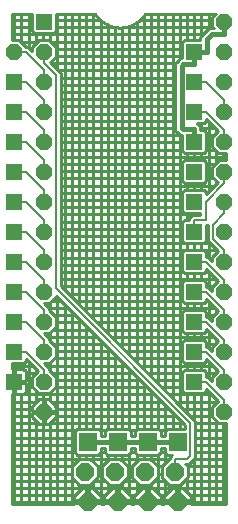
<source format=gbr>
G04 EAGLE Gerber RS-274X export*
G75*
%MOMM*%
%FSLAX34Y34*%
%LPD*%
%INBottom Copper*%
%IPPOS*%
%AMOC8*
5,1,8,0,0,1.08239X$1,22.5*%
G01*
%ADD10P,1.429621X8X22.500000*%
%ADD11R,1.320800X1.320800*%
%ADD12R,1.524000X1.524000*%
%ADD13P,1.649562X8X22.500000*%
%ADD14C,0.203200*%
%ADD15C,0.254000*%
%ADD16C,0.381000*%


D10*
X0Y393700D03*
D11*
X0Y368300D03*
X0Y342900D03*
X0Y317500D03*
X0Y292100D03*
X0Y266700D03*
X0Y241300D03*
X0Y215900D03*
X0Y190500D03*
X0Y165100D03*
X0Y139700D03*
X0Y114300D03*
X152400Y114300D03*
X152400Y139700D03*
X152400Y165100D03*
X152400Y190500D03*
X152400Y215900D03*
X152400Y241300D03*
X152400Y266700D03*
X152400Y292100D03*
X152400Y317500D03*
X152400Y342900D03*
X152400Y368300D03*
X152400Y393700D03*
X25400Y419100D03*
D10*
X25400Y393700D03*
X25400Y368300D03*
X25400Y342900D03*
X25400Y317500D03*
X25400Y292100D03*
X25400Y266700D03*
X25400Y241300D03*
X25400Y215900D03*
X25400Y190500D03*
X25400Y165100D03*
X25400Y139700D03*
X25400Y114300D03*
X25400Y88900D03*
X177800Y88900D03*
X177800Y114300D03*
X177800Y139700D03*
X177800Y165100D03*
X177800Y190500D03*
X177800Y215900D03*
X177800Y241300D03*
X177800Y266700D03*
X177800Y292100D03*
X177800Y317500D03*
X177800Y342900D03*
X177800Y368300D03*
X177800Y393700D03*
X177800Y419100D03*
D12*
X138430Y63500D03*
D13*
X135890Y38100D03*
X138430Y12700D03*
D12*
X113030Y63500D03*
D13*
X110490Y38100D03*
X113030Y12700D03*
D12*
X87630Y63500D03*
D13*
X85090Y38100D03*
X87630Y12700D03*
D12*
X62230Y63500D03*
D13*
X59690Y38100D03*
X62230Y12700D03*
D14*
X9677Y190500D02*
X0Y190500D01*
X25400Y174777D02*
X25400Y165100D01*
X25400Y174777D02*
X9677Y190500D01*
X9677Y165100D02*
X0Y165100D01*
X25400Y149377D02*
X25400Y139700D01*
X25400Y149377D02*
X9677Y165100D01*
X9677Y139700D02*
X0Y139700D01*
X25400Y123977D02*
X25400Y114300D01*
X25400Y123977D02*
X9677Y139700D01*
X152400Y114300D02*
X162077Y114300D01*
X177800Y98577D02*
X177800Y88900D01*
X177800Y98577D02*
X162077Y114300D01*
X162077Y139700D02*
X152400Y139700D01*
X177800Y123977D02*
X177800Y114300D01*
X177800Y123977D02*
X162077Y139700D01*
X162077Y165100D02*
X152400Y165100D01*
X177800Y149377D02*
X177800Y139700D01*
X177800Y149377D02*
X162077Y165100D01*
X162077Y190500D02*
X152400Y190500D01*
X177800Y174777D02*
X177800Y165100D01*
X177800Y174777D02*
X162077Y190500D01*
X162077Y215900D02*
X152400Y215900D01*
X177800Y200177D02*
X177800Y190500D01*
X177800Y200177D02*
X162077Y215900D01*
D15*
X162306Y233328D02*
X162306Y246659D01*
X163308Y246659D01*
X163309Y246661D01*
X163311Y246661D01*
X163805Y247155D01*
X163805Y235261D01*
X163805Y233467D01*
X163805Y233467D01*
X163805Y233466D01*
X165021Y232250D01*
X172581Y224690D01*
X167894Y220003D01*
X167894Y216190D01*
X163866Y220218D01*
X162306Y220218D01*
X162306Y223872D01*
X160372Y225806D01*
X144428Y225806D01*
X142494Y223872D01*
X142494Y207928D01*
X144428Y205994D01*
X160372Y205994D01*
X162306Y207928D01*
X162306Y209564D01*
X172581Y199290D01*
X167894Y194603D01*
X167894Y190790D01*
X163866Y194818D01*
X162306Y194818D01*
X162306Y198472D01*
X160372Y200406D01*
X144428Y200406D01*
X142494Y198472D01*
X142494Y182528D01*
X144428Y180594D01*
X160372Y180594D01*
X162306Y182528D01*
X162306Y184164D01*
X172581Y173890D01*
X167894Y169203D01*
X167894Y165390D01*
X163866Y169418D01*
X162306Y169418D01*
X162306Y173072D01*
X160372Y175006D01*
X144428Y175006D01*
X142494Y173072D01*
X142494Y157128D01*
X144428Y155194D01*
X160372Y155194D01*
X162306Y157128D01*
X162306Y158764D01*
X172581Y148490D01*
X167894Y143803D01*
X167894Y139990D01*
X163866Y144018D01*
X162306Y144018D01*
X162306Y147672D01*
X160372Y149606D01*
X144428Y149606D01*
X142494Y147672D01*
X142494Y131728D01*
X144428Y129794D01*
X160372Y129794D01*
X162306Y131728D01*
X162306Y133364D01*
X172581Y123090D01*
X167894Y118403D01*
X167894Y114590D01*
X163866Y118618D01*
X162306Y118618D01*
X162306Y122272D01*
X160372Y124206D01*
X144428Y124206D01*
X142494Y122272D01*
X142494Y106328D01*
X144428Y104394D01*
X160372Y104394D01*
X162306Y106328D01*
X162306Y107964D01*
X172581Y97690D01*
X167894Y93003D01*
X167894Y84797D01*
X173697Y78994D01*
X179578Y78994D01*
X179578Y10922D01*
X149860Y10922D01*
X149860Y11430D01*
X139700Y11430D01*
X139700Y13970D01*
X149860Y13970D01*
X149860Y17434D01*
X143164Y24130D01*
X139700Y24130D01*
X139700Y13970D01*
X137160Y13970D01*
X137160Y24130D01*
X133696Y24130D01*
X127000Y17434D01*
X127000Y13970D01*
X137160Y13970D01*
X137160Y11430D01*
X127000Y11430D01*
X127000Y10922D01*
X124460Y10922D01*
X124460Y11430D01*
X114300Y11430D01*
X114300Y13970D01*
X124460Y13970D01*
X124460Y17434D01*
X117764Y24130D01*
X114300Y24130D01*
X114300Y13970D01*
X111760Y13970D01*
X111760Y24130D01*
X108296Y24130D01*
X101600Y17434D01*
X101600Y13970D01*
X111760Y13970D01*
X111760Y11430D01*
X101600Y11430D01*
X101600Y10922D01*
X99060Y10922D01*
X99060Y11430D01*
X88900Y11430D01*
X88900Y13970D01*
X99060Y13970D01*
X99060Y17434D01*
X92364Y24130D01*
X88900Y24130D01*
X88900Y13970D01*
X86360Y13970D01*
X86360Y24130D01*
X82896Y24130D01*
X76200Y17434D01*
X76200Y13970D01*
X86360Y13970D01*
X86360Y11430D01*
X76200Y11430D01*
X76200Y10922D01*
X73660Y10922D01*
X73660Y11430D01*
X63500Y11430D01*
X63500Y13970D01*
X73660Y13970D01*
X73660Y17434D01*
X66964Y24130D01*
X63500Y24130D01*
X63500Y13970D01*
X60960Y13970D01*
X60960Y24130D01*
X57496Y24130D01*
X50800Y17434D01*
X50800Y13970D01*
X60960Y13970D01*
X60960Y11430D01*
X50800Y11430D01*
X50800Y10922D01*
X-1778Y10922D01*
X-1778Y103886D01*
X-762Y103886D01*
X-762Y113538D01*
X762Y113538D01*
X762Y103886D01*
X7106Y103886D01*
X8075Y104146D01*
X8943Y104647D01*
X9653Y105357D01*
X10154Y106225D01*
X10414Y107194D01*
X10414Y113538D01*
X762Y113538D01*
X762Y115062D01*
X10414Y115062D01*
X10414Y121406D01*
X10154Y122375D01*
X9653Y123243D01*
X8943Y123953D01*
X8075Y124454D01*
X7106Y124714D01*
X762Y124714D01*
X762Y115062D01*
X-762Y115062D01*
X-762Y124714D01*
X-1778Y124714D01*
X-1778Y129794D01*
X7972Y129794D01*
X9906Y131728D01*
X9906Y133364D01*
X20181Y123090D01*
X15494Y118403D01*
X15494Y110197D01*
X21297Y104394D01*
X29503Y104394D01*
X35306Y110197D01*
X35306Y118403D01*
X29718Y123991D01*
X29718Y125766D01*
X25690Y129794D01*
X29503Y129794D01*
X35306Y135597D01*
X35306Y143803D01*
X29718Y149391D01*
X29718Y151166D01*
X25690Y155194D01*
X29503Y155194D01*
X35306Y160997D01*
X35306Y169203D01*
X29718Y174791D01*
X29718Y176566D01*
X25690Y180594D01*
X29503Y180594D01*
X35306Y186397D01*
X35306Y186933D01*
X144831Y77408D01*
X144831Y74422D01*
X129442Y74422D01*
X127508Y72488D01*
X127508Y68707D01*
X123952Y68707D01*
X123952Y72488D01*
X122018Y74422D01*
X104042Y74422D01*
X102108Y72488D01*
X102108Y68707D01*
X98552Y68707D01*
X98552Y72488D01*
X96618Y74422D01*
X78642Y74422D01*
X76708Y72488D01*
X76708Y68707D01*
X73152Y68707D01*
X73152Y72488D01*
X71218Y74422D01*
X53242Y74422D01*
X51308Y72488D01*
X51308Y54512D01*
X53242Y52578D01*
X71218Y52578D01*
X73152Y54512D01*
X73152Y58293D01*
X76708Y58293D01*
X76708Y54512D01*
X78642Y52578D01*
X96618Y52578D01*
X98552Y54512D01*
X98552Y58293D01*
X102108Y58293D01*
X102108Y54512D01*
X104042Y52578D01*
X122018Y52578D01*
X123952Y54512D01*
X123952Y58293D01*
X127508Y58293D01*
X127508Y54512D01*
X129442Y52578D01*
X133568Y52578D01*
X131572Y50582D01*
X131572Y49022D01*
X131366Y49022D01*
X124968Y42624D01*
X124968Y33576D01*
X131366Y27178D01*
X140414Y27178D01*
X146812Y33576D01*
X146812Y42624D01*
X144961Y44475D01*
X148372Y44475D01*
X150901Y47004D01*
X153467Y49570D01*
X153467Y80986D01*
X150938Y83515D01*
X39395Y195058D01*
X39395Y374351D01*
X39395Y376133D01*
X39395Y376133D01*
X39395Y376134D01*
X38170Y377359D01*
X30619Y384910D01*
X35306Y389597D01*
X35306Y397803D01*
X29503Y403606D01*
X21297Y403606D01*
X15494Y397803D01*
X15494Y393990D01*
X11466Y398018D01*
X9691Y398018D01*
X4103Y403606D01*
X-1778Y403606D01*
X-1778Y425958D01*
X15494Y425958D01*
X15494Y411128D01*
X17428Y409194D01*
X33372Y409194D01*
X35306Y411128D01*
X35306Y425958D01*
X68819Y425958D01*
X73912Y419888D01*
X73912Y419888D01*
X73912Y419888D01*
X81282Y415633D01*
X81282Y415633D01*
X89662Y414156D01*
X89662Y414156D01*
X98042Y415633D01*
X98042Y415633D01*
X105412Y419888D01*
X105412Y419888D01*
X110505Y425958D01*
X170649Y425958D01*
X167894Y423203D01*
X167894Y414997D01*
X169150Y413741D01*
X165077Y413741D01*
X160809Y409473D01*
X157759Y406423D01*
X157759Y403606D01*
X144428Y403606D01*
X142494Y401672D01*
X142494Y388341D01*
X140769Y388341D01*
X140768Y388340D01*
X140767Y388340D01*
X139278Y386850D01*
X137719Y385291D01*
X137719Y385290D01*
X136627Y384198D01*
X136627Y384196D01*
X136626Y384195D01*
X136627Y382039D01*
X136627Y329162D01*
X136626Y327005D01*
X136627Y327004D01*
X136627Y327002D01*
X137719Y325910D01*
X137719Y325909D01*
X139262Y324367D01*
X140767Y322860D01*
X140768Y322860D01*
X140769Y322859D01*
X142494Y322859D01*
X142494Y309528D01*
X144428Y307594D01*
X160372Y307594D01*
X162306Y309528D01*
X162306Y325472D01*
X160372Y327406D01*
X157607Y327406D01*
X157607Y330223D01*
X154836Y332994D01*
X160372Y332994D01*
X162306Y334928D01*
X162306Y336564D01*
X172581Y326290D01*
X167894Y321603D01*
X167894Y313397D01*
X173697Y307594D01*
X179578Y307594D01*
X179578Y302006D01*
X173697Y302006D01*
X167894Y296203D01*
X167894Y287997D01*
X172581Y283310D01*
X162306Y273036D01*
X162306Y274672D01*
X160372Y276606D01*
X144428Y276606D01*
X142494Y274672D01*
X142494Y258728D01*
X144428Y256794D01*
X157759Y256794D01*
X157759Y255295D01*
X150611Y255295D01*
X148082Y252766D01*
X148082Y251206D01*
X144428Y251206D01*
X142494Y249272D01*
X142494Y233328D01*
X144428Y231394D01*
X160372Y231394D01*
X162306Y233328D01*
X70612Y42624D02*
X70612Y33576D01*
X70612Y42624D02*
X64214Y49022D01*
X55166Y49022D01*
X48768Y42624D01*
X48768Y33576D01*
X55166Y27178D01*
X64214Y27178D01*
X70612Y33576D01*
X121412Y33576D02*
X121412Y42624D01*
X115014Y49022D01*
X105966Y49022D01*
X99568Y42624D01*
X99568Y33576D01*
X105966Y27178D01*
X115014Y27178D01*
X121412Y33576D01*
X26162Y89662D02*
X26162Y99314D01*
X26162Y89662D02*
X24638Y89662D01*
X24638Y99314D01*
X21086Y99314D01*
X14986Y93214D01*
X14986Y89662D01*
X24638Y89662D01*
X24638Y88138D01*
X14986Y88138D01*
X14986Y84586D01*
X21086Y78486D01*
X24638Y78486D01*
X24638Y88138D01*
X26162Y88138D01*
X26162Y78486D01*
X29714Y78486D01*
X35814Y84586D01*
X35814Y88138D01*
X26162Y88138D01*
X26162Y89662D01*
X35814Y89662D01*
X35814Y93214D01*
X29714Y99314D01*
X26162Y99314D01*
X162306Y284128D02*
X162306Y300072D01*
X160372Y302006D01*
X144428Y302006D01*
X142494Y300072D01*
X142494Y284128D01*
X144428Y282194D01*
X160372Y282194D01*
X162306Y284128D01*
X96012Y42624D02*
X96012Y33576D01*
X96012Y42624D02*
X89614Y49022D01*
X80566Y49022D01*
X74168Y42624D01*
X74168Y33576D01*
X80566Y27178D01*
X89614Y27178D01*
X96012Y33576D01*
X60960Y12192D02*
X-1778Y12192D01*
X63500Y12192D02*
X86360Y12192D01*
X88900Y12192D02*
X111760Y12192D01*
X114300Y12192D02*
X137160Y12192D01*
X139700Y12192D02*
X179578Y12192D01*
X51654Y18288D02*
X-1778Y18288D01*
X60960Y18288D02*
X63500Y18288D01*
X72806Y18288D02*
X77054Y18288D01*
X86360Y18288D02*
X88900Y18288D01*
X98206Y18288D02*
X102454Y18288D01*
X111760Y18288D02*
X114300Y18288D01*
X123606Y18288D02*
X127854Y18288D01*
X137160Y18288D02*
X139700Y18288D01*
X149006Y18288D02*
X179578Y18288D01*
X179578Y24384D02*
X-1778Y24384D01*
X-1778Y30480D02*
X51864Y30480D01*
X67516Y30480D02*
X77264Y30480D01*
X92916Y30480D02*
X102664Y30480D01*
X118316Y30480D02*
X128064Y30480D01*
X143716Y30480D02*
X179578Y30480D01*
X48768Y36576D02*
X-1778Y36576D01*
X70612Y36576D02*
X74168Y36576D01*
X96012Y36576D02*
X99568Y36576D01*
X121412Y36576D02*
X124968Y36576D01*
X146812Y36576D02*
X179578Y36576D01*
X48816Y42672D02*
X-1778Y42672D01*
X70564Y42672D02*
X74216Y42672D01*
X95964Y42672D02*
X99616Y42672D01*
X121364Y42672D02*
X125016Y42672D01*
X146764Y42672D02*
X179578Y42672D01*
X54912Y48768D02*
X-1778Y48768D01*
X64468Y48768D02*
X80312Y48768D01*
X89868Y48768D02*
X105712Y48768D01*
X115268Y48768D02*
X131112Y48768D01*
X152665Y48768D02*
X179578Y48768D01*
X51308Y54864D02*
X-1778Y54864D01*
X73152Y54864D02*
X76708Y54864D01*
X98552Y54864D02*
X102108Y54864D01*
X123952Y54864D02*
X127508Y54864D01*
X153467Y54864D02*
X179578Y54864D01*
X51308Y60960D02*
X-1778Y60960D01*
X153467Y60960D02*
X179578Y60960D01*
X51308Y67056D02*
X-1778Y67056D01*
X153467Y67056D02*
X179578Y67056D01*
X51972Y73152D02*
X-1778Y73152D01*
X72488Y73152D02*
X77372Y73152D01*
X97888Y73152D02*
X102772Y73152D01*
X123288Y73152D02*
X128172Y73152D01*
X153467Y73152D02*
X179578Y73152D01*
X20324Y79248D02*
X-1778Y79248D01*
X24638Y79248D02*
X26162Y79248D01*
X30476Y79248D02*
X142991Y79248D01*
X153467Y79248D02*
X173443Y79248D01*
X14986Y85344D02*
X-1778Y85344D01*
X24638Y85344D02*
X26162Y85344D01*
X35814Y85344D02*
X136895Y85344D01*
X149109Y85344D02*
X167894Y85344D01*
X14986Y91440D02*
X-1778Y91440D01*
X24638Y91440D02*
X26162Y91440D01*
X35814Y91440D02*
X130799Y91440D01*
X143013Y91440D02*
X167894Y91440D01*
X19308Y97536D02*
X-1778Y97536D01*
X24638Y97536D02*
X26162Y97536D01*
X31492Y97536D02*
X124703Y97536D01*
X136917Y97536D02*
X172427Y97536D01*
X118607Y103632D02*
X-1778Y103632D01*
X130821Y103632D02*
X166638Y103632D01*
X762Y109728D02*
X-762Y109728D01*
X10414Y109728D02*
X15963Y109728D01*
X34837Y109728D02*
X112511Y109728D01*
X124725Y109728D02*
X142494Y109728D01*
X762Y115824D02*
X-762Y115824D01*
X10414Y115824D02*
X15494Y115824D01*
X35306Y115824D02*
X106415Y115824D01*
X118629Y115824D02*
X142494Y115824D01*
X166660Y115824D02*
X167894Y115824D01*
X762Y121920D02*
X-762Y121920D01*
X10276Y121920D02*
X19011Y121920D01*
X31789Y121920D02*
X100319Y121920D01*
X112533Y121920D02*
X142494Y121920D01*
X162306Y121920D02*
X171411Y121920D01*
X15254Y128016D02*
X-1778Y128016D01*
X27468Y128016D02*
X94223Y128016D01*
X106437Y128016D02*
X167654Y128016D01*
X88127Y134112D02*
X33821Y134112D01*
X100341Y134112D02*
X142494Y134112D01*
X82031Y140208D02*
X35306Y140208D01*
X94245Y140208D02*
X142494Y140208D01*
X167676Y140208D02*
X167894Y140208D01*
X75935Y146304D02*
X32805Y146304D01*
X88149Y146304D02*
X142494Y146304D01*
X162306Y146304D02*
X170395Y146304D01*
X69839Y152400D02*
X28484Y152400D01*
X82053Y152400D02*
X168670Y152400D01*
X63743Y158496D02*
X32805Y158496D01*
X75957Y158496D02*
X142494Y158496D01*
X162306Y158496D02*
X162574Y158496D01*
X57647Y164592D02*
X35306Y164592D01*
X69861Y164592D02*
X142494Y164592D01*
X51551Y170688D02*
X33821Y170688D01*
X63765Y170688D02*
X142494Y170688D01*
X162306Y170688D02*
X169379Y170688D01*
X45455Y176784D02*
X29500Y176784D01*
X57669Y176784D02*
X169686Y176784D01*
X39359Y182880D02*
X31789Y182880D01*
X51573Y182880D02*
X142494Y182880D01*
X162306Y182880D02*
X163590Y182880D01*
X142494Y188976D02*
X45477Y188976D01*
X39395Y195072D02*
X142494Y195072D01*
X162306Y195072D02*
X168363Y195072D01*
X170702Y201168D02*
X39395Y201168D01*
X39395Y207264D02*
X143158Y207264D01*
X161642Y207264D02*
X164606Y207264D01*
X142494Y213360D02*
X39395Y213360D01*
X39395Y219456D02*
X142494Y219456D01*
X164628Y219456D02*
X167894Y219456D01*
X144174Y225552D02*
X39395Y225552D01*
X160626Y225552D02*
X171719Y225552D01*
X144174Y231648D02*
X39395Y231648D01*
X160626Y231648D02*
X165623Y231648D01*
X142494Y237744D02*
X39395Y237744D01*
X162306Y237744D02*
X163805Y237744D01*
X142494Y243840D02*
X39395Y243840D01*
X162306Y243840D02*
X163805Y243840D01*
X143158Y249936D02*
X39395Y249936D01*
X39395Y256032D02*
X157759Y256032D01*
X142494Y262128D02*
X39395Y262128D01*
X39395Y268224D02*
X142494Y268224D01*
X142494Y274320D02*
X39395Y274320D01*
X162306Y274320D02*
X163590Y274320D01*
X169686Y280416D02*
X39395Y280416D01*
X39395Y286512D02*
X142494Y286512D01*
X162306Y286512D02*
X169379Y286512D01*
X142494Y292608D02*
X39395Y292608D01*
X162306Y292608D02*
X167894Y292608D01*
X142494Y298704D02*
X39395Y298704D01*
X162306Y298704D02*
X170395Y298704D01*
X179578Y304800D02*
X39395Y304800D01*
X39395Y310896D02*
X142494Y310896D01*
X162306Y310896D02*
X170395Y310896D01*
X142494Y316992D02*
X39395Y316992D01*
X162306Y316992D02*
X167894Y316992D01*
X140539Y323088D02*
X39395Y323088D01*
X162306Y323088D02*
X169379Y323088D01*
X136627Y329184D02*
X39395Y329184D01*
X157607Y329184D02*
X169686Y329184D01*
X136627Y335280D02*
X39395Y335280D01*
X162306Y335280D02*
X163590Y335280D01*
X136627Y341376D02*
X39395Y341376D01*
X39395Y347472D02*
X136627Y347472D01*
X136627Y353568D02*
X39395Y353568D01*
X39395Y359664D02*
X136627Y359664D01*
X136627Y365760D02*
X39395Y365760D01*
X39395Y371856D02*
X136627Y371856D01*
X136627Y377952D02*
X37577Y377952D01*
X31481Y384048D02*
X136626Y384048D01*
X142494Y390144D02*
X35306Y390144D01*
X15494Y396240D02*
X13244Y396240D01*
X35306Y396240D02*
X142494Y396240D01*
X20027Y402336D02*
X5373Y402336D01*
X30773Y402336D02*
X143158Y402336D01*
X159768Y408432D02*
X-1778Y408432D01*
X-1778Y414528D02*
X15494Y414528D01*
X35306Y414528D02*
X87551Y414528D01*
X91773Y414528D02*
X168363Y414528D01*
X15494Y420624D02*
X-1778Y420624D01*
X35306Y420624D02*
X73295Y420624D01*
X106029Y420624D02*
X167894Y420624D01*
X0Y113538D02*
X0Y10922D01*
X0Y115062D02*
X0Y129794D01*
X0Y403606D02*
X0Y425958D01*
X6096Y103886D02*
X6096Y10922D01*
X6096Y113538D02*
X6096Y115062D01*
X6096Y124714D02*
X6096Y129794D01*
X6096Y401613D02*
X6096Y425958D01*
X12192Y131078D02*
X12192Y10922D01*
X12192Y397292D02*
X12192Y425958D01*
X18288Y81284D02*
X18288Y10922D01*
X18288Y88138D02*
X18288Y89662D01*
X18288Y96516D02*
X18288Y107403D01*
X18288Y121197D02*
X18288Y124982D01*
X18288Y400597D02*
X18288Y409194D01*
X24384Y78486D02*
X24384Y10922D01*
X24384Y88138D02*
X24384Y89662D01*
X24384Y99314D02*
X24384Y104394D01*
X24384Y403606D02*
X24384Y409194D01*
X30480Y79252D02*
X30480Y10922D01*
X30480Y88138D02*
X30480Y89662D01*
X30480Y98548D02*
X30480Y105371D01*
X30480Y123229D02*
X30480Y130771D01*
X30480Y148629D02*
X30480Y156171D01*
X30480Y174029D02*
X30480Y181571D01*
X30480Y402629D02*
X30480Y409194D01*
X36576Y185663D02*
X36576Y10922D01*
X36576Y378953D02*
X36576Y425958D01*
X42672Y179567D02*
X42672Y10922D01*
X42672Y191781D02*
X42672Y425958D01*
X48768Y33576D02*
X48768Y10922D01*
X48768Y42624D02*
X48768Y173471D01*
X48768Y185685D02*
X48768Y425958D01*
X54864Y13970D02*
X54864Y11430D01*
X54864Y21498D02*
X54864Y27480D01*
X54864Y48720D02*
X54864Y52578D01*
X54864Y74422D02*
X54864Y167375D01*
X54864Y179589D02*
X54864Y425958D01*
X60960Y27178D02*
X60960Y13970D01*
X60960Y49022D02*
X60960Y52578D01*
X60960Y74422D02*
X60960Y161279D01*
X60960Y173493D02*
X60960Y425958D01*
X67056Y13970D02*
X67056Y11430D01*
X67056Y24038D02*
X67056Y30020D01*
X67056Y46180D02*
X67056Y52578D01*
X67056Y74422D02*
X67056Y155183D01*
X67056Y167397D02*
X67056Y425958D01*
X73152Y13970D02*
X73152Y11430D01*
X73152Y17942D02*
X73152Y58293D01*
X73152Y68707D02*
X73152Y149087D01*
X73152Y161301D02*
X73152Y420794D01*
X79248Y13970D02*
X79248Y11430D01*
X79248Y20482D02*
X79248Y28496D01*
X79248Y47704D02*
X79248Y52578D01*
X79248Y74422D02*
X79248Y142991D01*
X79248Y155205D02*
X79248Y416808D01*
X85344Y13970D02*
X85344Y11430D01*
X85344Y24130D02*
X85344Y27178D01*
X85344Y49022D02*
X85344Y52578D01*
X85344Y74422D02*
X85344Y136895D01*
X85344Y149109D02*
X85344Y414917D01*
X91440Y13970D02*
X91440Y11430D01*
X91440Y24130D02*
X91440Y29004D01*
X91440Y47196D02*
X91440Y52578D01*
X91440Y74422D02*
X91440Y130799D01*
X91440Y143013D02*
X91440Y414469D01*
X97536Y13970D02*
X97536Y11430D01*
X97536Y18958D02*
X97536Y53496D01*
X97536Y73504D02*
X97536Y124703D01*
X97536Y136917D02*
X97536Y415544D01*
X103632Y13970D02*
X103632Y11430D01*
X103632Y19466D02*
X103632Y29512D01*
X103632Y46688D02*
X103632Y52988D01*
X103632Y74012D02*
X103632Y118607D01*
X103632Y130821D02*
X103632Y418861D01*
X109728Y13970D02*
X109728Y11430D01*
X109728Y24130D02*
X109728Y27178D01*
X109728Y49022D02*
X109728Y52578D01*
X109728Y74422D02*
X109728Y112511D01*
X109728Y124725D02*
X109728Y425032D01*
X115824Y13970D02*
X115824Y11430D01*
X115824Y24130D02*
X115824Y27988D01*
X115824Y48212D02*
X115824Y52578D01*
X115824Y74422D02*
X115824Y106415D01*
X115824Y118629D02*
X115824Y425958D01*
X121920Y13970D02*
X121920Y11430D01*
X121920Y19974D02*
X121920Y52578D01*
X121920Y74422D02*
X121920Y100319D01*
X121920Y112533D02*
X121920Y425958D01*
X128016Y13970D02*
X128016Y11430D01*
X128016Y18450D02*
X128016Y30528D01*
X128016Y45672D02*
X128016Y54004D01*
X128016Y72996D02*
X128016Y94223D01*
X128016Y106437D02*
X128016Y425958D01*
X134112Y13970D02*
X134112Y11430D01*
X134112Y24130D02*
X134112Y27178D01*
X134112Y74422D02*
X134112Y88127D01*
X134112Y100341D02*
X134112Y425958D01*
X140208Y13970D02*
X140208Y11430D01*
X140208Y24130D02*
X140208Y27178D01*
X140208Y74422D02*
X140208Y82031D01*
X140208Y94245D02*
X140208Y323419D01*
X140208Y387781D02*
X140208Y425958D01*
X146304Y13970D02*
X146304Y11430D01*
X146304Y20990D02*
X146304Y33068D01*
X146304Y43132D02*
X146304Y44475D01*
X146304Y88149D02*
X146304Y104394D01*
X146304Y124206D02*
X146304Y129794D01*
X146304Y149606D02*
X146304Y155194D01*
X146304Y175006D02*
X146304Y180594D01*
X146304Y200406D02*
X146304Y205994D01*
X146304Y225806D02*
X146304Y231394D01*
X146304Y251206D02*
X146304Y256794D01*
X146304Y276606D02*
X146304Y282194D01*
X146304Y302006D02*
X146304Y307594D01*
X146304Y403606D02*
X146304Y425958D01*
X152400Y48503D02*
X152400Y10922D01*
X152400Y82053D02*
X152400Y104394D01*
X152400Y124206D02*
X152400Y129794D01*
X152400Y149606D02*
X152400Y155194D01*
X152400Y175006D02*
X152400Y180594D01*
X152400Y200406D02*
X152400Y205994D01*
X152400Y225806D02*
X152400Y231394D01*
X152400Y255295D02*
X152400Y256794D01*
X152400Y276606D02*
X152400Y282194D01*
X152400Y302006D02*
X152400Y307594D01*
X152400Y403606D02*
X152400Y425958D01*
X158496Y104394D02*
X158496Y10922D01*
X158496Y124206D02*
X158496Y129794D01*
X158496Y149606D02*
X158496Y155194D01*
X158496Y175006D02*
X158496Y180594D01*
X158496Y200406D02*
X158496Y205994D01*
X158496Y225806D02*
X158496Y231394D01*
X158496Y276606D02*
X158496Y282194D01*
X158496Y302006D02*
X158496Y307594D01*
X158496Y327406D02*
X158496Y332994D01*
X158496Y407160D02*
X158496Y425958D01*
X164592Y105678D02*
X164592Y10922D01*
X164592Y117892D02*
X164592Y131078D01*
X164592Y143292D02*
X164592Y156478D01*
X164592Y168692D02*
X164592Y181878D01*
X164592Y194092D02*
X164592Y207278D01*
X164592Y219492D02*
X164592Y232679D01*
X164592Y275322D02*
X164592Y334278D01*
X164592Y413256D02*
X164592Y425958D01*
X170688Y82003D02*
X170688Y10922D01*
X170688Y95797D02*
X170688Y99582D01*
X170688Y121197D02*
X170688Y124982D01*
X170688Y146597D02*
X170688Y150382D01*
X170688Y171997D02*
X170688Y175782D01*
X170688Y197397D02*
X170688Y201182D01*
X170688Y222797D02*
X170688Y226583D01*
X170688Y281418D02*
X170688Y285203D01*
X170688Y298997D02*
X170688Y310603D01*
X170688Y324397D02*
X170688Y328182D01*
X176784Y78994D02*
X176784Y10922D01*
X176784Y302006D02*
X176784Y307594D01*
D16*
X162966Y393700D02*
X152400Y393700D01*
X177800Y408534D02*
X177800Y419100D01*
X177800Y408534D02*
X167234Y408534D01*
X162966Y404266D01*
X162966Y393700D01*
X138430Y63500D02*
X113030Y63500D01*
X87630Y63500D01*
X62230Y63500D01*
X152400Y317500D02*
X152400Y328066D01*
X152400Y383134D02*
X152400Y393700D01*
X152400Y383134D02*
X142926Y383134D01*
X141834Y382041D01*
X141834Y329159D01*
X142926Y328066D01*
X152400Y328066D01*
D14*
X9677Y215900D02*
X0Y215900D01*
X25400Y200177D02*
X25400Y190500D01*
X25400Y200177D02*
X9677Y215900D01*
X9677Y241300D02*
X0Y241300D01*
X25400Y225577D02*
X25400Y215900D01*
X25400Y225577D02*
X9677Y241300D01*
X9677Y266700D02*
X0Y266700D01*
X25400Y250977D02*
X25400Y241300D01*
X25400Y250977D02*
X9677Y266700D01*
X9677Y292100D02*
X0Y292100D01*
X25400Y276377D02*
X25400Y266700D01*
X25400Y276377D02*
X9677Y292100D01*
X9677Y317500D02*
X0Y317500D01*
X25400Y301777D02*
X25400Y292100D01*
X25400Y301777D02*
X9677Y317500D01*
X9677Y342900D02*
X0Y342900D01*
X25400Y327177D02*
X25400Y317500D01*
X25400Y327177D02*
X9677Y342900D01*
X9677Y368300D02*
X0Y368300D01*
X25400Y352577D02*
X25400Y342900D01*
X25400Y352577D02*
X9677Y368300D01*
X9677Y393700D02*
X0Y393700D01*
X25400Y377977D02*
X25400Y368300D01*
X25400Y377977D02*
X9677Y393700D01*
X152400Y368300D02*
X162077Y368300D01*
X177800Y352577D02*
X177800Y342900D01*
X177800Y352577D02*
X162077Y368300D01*
X162077Y342900D02*
X152400Y342900D01*
X177800Y327177D02*
X177800Y317500D01*
X177800Y327177D02*
X162077Y342900D01*
X152400Y250977D02*
X152400Y241300D01*
X177800Y282423D02*
X177800Y292100D01*
X177800Y282423D02*
X162077Y266700D01*
X162077Y251536D01*
X161519Y250977D01*
X152400Y250977D01*
X135890Y48793D02*
X135890Y38100D01*
X25400Y384023D02*
X25400Y393700D01*
X25400Y384023D02*
X35077Y374345D01*
X35077Y193269D01*
X149149Y79197D01*
X149149Y51359D01*
X146583Y48793D01*
X135890Y48793D01*
X177800Y257023D02*
X177800Y266700D01*
X177800Y225577D02*
X177800Y215900D01*
X168123Y247345D02*
X177800Y257023D01*
X168123Y247345D02*
X168123Y235255D01*
X177800Y225577D01*
M02*

</source>
